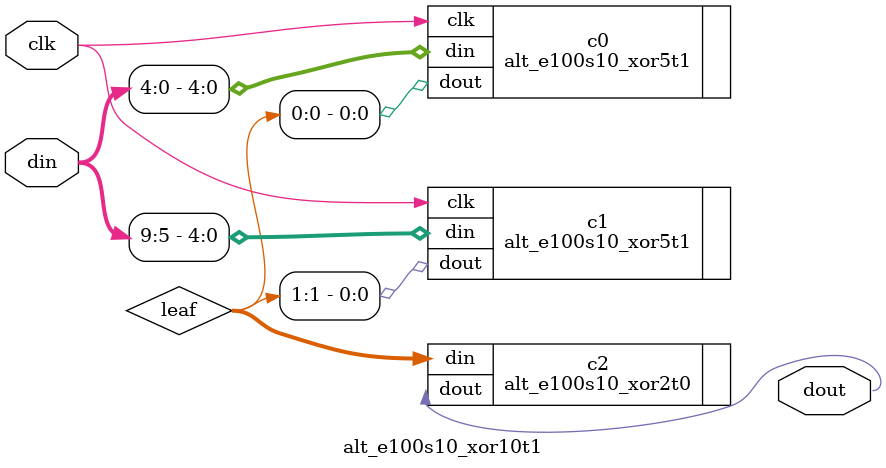
<source format=v>




`timescale 1ps/1ps

// DESCRIPTION
// 10 input XOR gate.  Latency 1.
// Generated by one of Gregg's toys.   Share And Enjoy.

module alt_e100s10_xor10t1 #(
    parameter SIM_EMULATE = 1'b0
) (
    input clk,
    input [9:0] din,
    output dout
);

wire [1:0] leaf;

alt_e100s10_xor5t1 c0 (
    .clk(clk),
    .din(din[4:0]),
    .dout(leaf[0])
);
defparam c0 .SIM_EMULATE = SIM_EMULATE;

alt_e100s10_xor5t1 c1 (
    .clk(clk),
    .din(din[9:5]),
    .dout(leaf[1])
);
defparam c1 .SIM_EMULATE = SIM_EMULATE;

alt_e100s10_xor2t0 c2 (
    .din(leaf),
    .dout(dout)
);
defparam c2 .SIM_EMULATE = SIM_EMULATE;

endmodule


</source>
